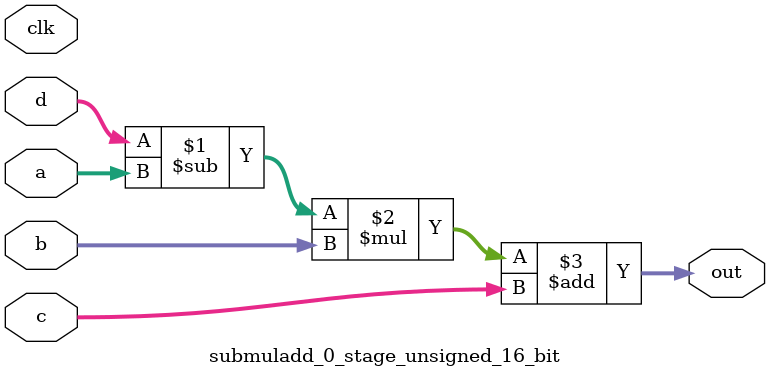
<source format=sv>
(* use_dsp = "yes" *) module submuladd_0_stage_unsigned_16_bit(
	input  [15:0] a,
	input  [15:0] b,
	input  [15:0] c,
	input  [15:0] d,
	output [15:0] out,
	input clk);

	assign out = ((d - a) * b) + c;
endmodule

</source>
